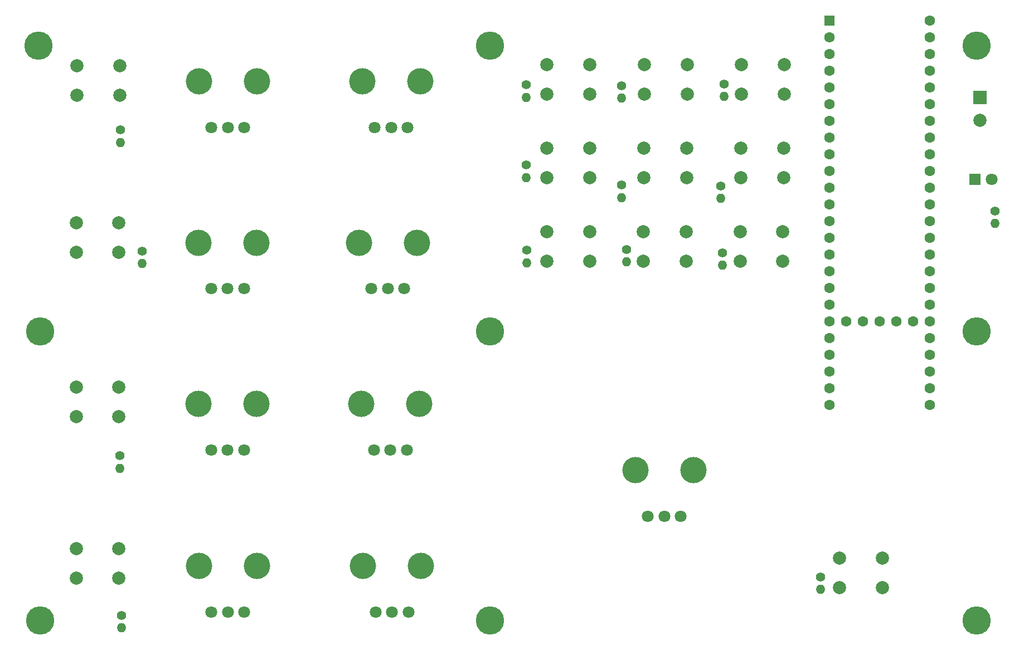
<source format=gbr>
%TF.GenerationSoftware,KiCad,Pcbnew,(5.1.4-0-10_14)*%
%TF.CreationDate,2020-09-10T02:34:38+02:00*%
%TF.ProjectId,the_mvp_v1.2,7468655f-6d76-4705-9f76-312e322e6b69,1.1*%
%TF.SameCoordinates,Original*%
%TF.FileFunction,Soldermask,Bot*%
%TF.FilePolarity,Negative*%
%FSLAX46Y46*%
G04 Gerber Fmt 4.6, Leading zero omitted, Abs format (unit mm)*
G04 Created by KiCad (PCBNEW (5.1.4-0-10_14)) date 2020-09-10 02:34:38*
%MOMM*%
%LPD*%
G04 APERTURE LIST*
%ADD10C,1.600000*%
%ADD11R,1.600000X1.600000*%
%ADD12C,2.000000*%
%ADD13C,4.300000*%
%ADD14O,1.400000X1.400000*%
%ADD15C,1.400000*%
%ADD16C,1.800000*%
%ADD17R,1.800000X1.800000*%
%ADD18R,2.000000X2.000000*%
%ADD19C,4.000000*%
G04 APERTURE END LIST*
D10*
X214630000Y-109474000D03*
X212090000Y-109474000D03*
X209550000Y-109474000D03*
X207010000Y-109474000D03*
X204470000Y-109474000D03*
X201930000Y-104394000D03*
X201930000Y-106934000D03*
X201930000Y-109474000D03*
X201930000Y-112014000D03*
X201930000Y-101854000D03*
X201930000Y-99314000D03*
X201930000Y-96774000D03*
X201930000Y-114554000D03*
X201930000Y-117094000D03*
X201930000Y-119634000D03*
X201930000Y-122174000D03*
X217170000Y-122174000D03*
X217170000Y-119634000D03*
X217170000Y-117094000D03*
X217170000Y-114554000D03*
X217170000Y-112014000D03*
X217170000Y-109474000D03*
X217170000Y-106934000D03*
X217170000Y-104394000D03*
X217170000Y-101854000D03*
X217170000Y-99314000D03*
X201930000Y-94234000D03*
X201930000Y-91694000D03*
X201930000Y-89154000D03*
X201930000Y-86614000D03*
X201930000Y-84074000D03*
X201930000Y-81534000D03*
X201930000Y-78994000D03*
X201930000Y-76454000D03*
X201930000Y-73914000D03*
X201930000Y-71374000D03*
X201930000Y-68834000D03*
X201930000Y-66294000D03*
D11*
X201930000Y-63754000D03*
D10*
X217170000Y-96774000D03*
X217170000Y-94234000D03*
X217170000Y-91694000D03*
X217170000Y-89154000D03*
X217170000Y-86614000D03*
X217170000Y-84074000D03*
X217170000Y-81534000D03*
X217170000Y-78994000D03*
X217170000Y-76454000D03*
X217170000Y-73914000D03*
X217170000Y-71374000D03*
X217170000Y-68834000D03*
X217170000Y-66294000D03*
X217170000Y-63754000D03*
D12*
X94130000Y-70612000D03*
X94130000Y-75112000D03*
X87630000Y-70612000D03*
X87630000Y-75112000D03*
X94003000Y-94488000D03*
X94003000Y-98988000D03*
X87503000Y-94488000D03*
X87503000Y-98988000D03*
X94003000Y-119507000D03*
X94003000Y-124007000D03*
X87503000Y-119507000D03*
X87503000Y-124007000D03*
D13*
X82042000Y-154940000D03*
X82042000Y-110998000D03*
X81788000Y-67564000D03*
X150368000Y-67564000D03*
X150368000Y-111000000D03*
X150368000Y-154940000D03*
X224282000Y-111000000D03*
X224282000Y-154940000D03*
X224282000Y-67564000D03*
D12*
X195032000Y-70421500D03*
X195032000Y-74921500D03*
X188532000Y-70421500D03*
X188532000Y-74921500D03*
X180172000Y-95885000D03*
X180172000Y-100385000D03*
X173672000Y-95885000D03*
X173672000Y-100385000D03*
D14*
X227076000Y-94610000D03*
D15*
X227076000Y-92710000D03*
D14*
X200533000Y-150236000D03*
D15*
X200533000Y-148336000D03*
D14*
X185674000Y-100960000D03*
D15*
X185674000Y-99060000D03*
D14*
X185420000Y-90800000D03*
D15*
X185420000Y-88900000D03*
D14*
X185928000Y-75306000D03*
D15*
X185928000Y-73406000D03*
D14*
X171069000Y-100452000D03*
D15*
X171069000Y-98552000D03*
D14*
X170307000Y-90673000D03*
D15*
X170307000Y-88773000D03*
D14*
X170307000Y-75560000D03*
D15*
X170307000Y-73660000D03*
D14*
X155956000Y-100579000D03*
D15*
X155956000Y-98679000D03*
D14*
X155829000Y-87625000D03*
D15*
X155829000Y-85725000D03*
D14*
X155829000Y-75433000D03*
D15*
X155829000Y-73533000D03*
D14*
X94361000Y-156078000D03*
D15*
X94361000Y-154178000D03*
D14*
X94107000Y-131826000D03*
D15*
X94107000Y-129926000D03*
D14*
X97536000Y-100706000D03*
D15*
X97536000Y-98806000D03*
D14*
X94234000Y-82291000D03*
D15*
X94234000Y-80391000D03*
D16*
X226568000Y-87884000D03*
D17*
X224028000Y-87884000D03*
D12*
X224790000Y-78938000D03*
D18*
X224790000Y-75438000D03*
D12*
X165504000Y-95885000D03*
X165504000Y-100385000D03*
X159004000Y-95885000D03*
X159004000Y-100385000D03*
X209954000Y-145478000D03*
X209954000Y-149978000D03*
X203454000Y-145478000D03*
X203454000Y-149978000D03*
D19*
X114890000Y-122032000D03*
X106090000Y-122032000D03*
D16*
X112990000Y-129032000D03*
X110490000Y-129032000D03*
X107990000Y-129032000D03*
D19*
X139250000Y-97521000D03*
X130450000Y-97521000D03*
D16*
X137350000Y-104521000D03*
X134850000Y-104521000D03*
X132350000Y-104521000D03*
D19*
X114930000Y-146670000D03*
X106130000Y-146670000D03*
D16*
X113030000Y-153670000D03*
X110530000Y-153670000D03*
X108030000Y-153670000D03*
D19*
X181224000Y-132128000D03*
X172424000Y-132128000D03*
D16*
X179324000Y-139128000D03*
X176824000Y-139128000D03*
X174324000Y-139128000D03*
D19*
X139886000Y-146670000D03*
X131086000Y-146670000D03*
D16*
X137986000Y-153670000D03*
X135486000Y-153670000D03*
X132986000Y-153670000D03*
D19*
X139632000Y-122032000D03*
X130832000Y-122032000D03*
D16*
X137732000Y-129032000D03*
X135232000Y-129032000D03*
X132732000Y-129032000D03*
D19*
X139758000Y-73010000D03*
X130958000Y-73010000D03*
D16*
X137858000Y-80010000D03*
X135358000Y-80010000D03*
X132858000Y-80010000D03*
D19*
X114890000Y-97521000D03*
X106090000Y-97521000D03*
D16*
X112990000Y-104521000D03*
X110490000Y-104521000D03*
X107990000Y-104521000D03*
D19*
X114930000Y-73010000D03*
X106130000Y-73010000D03*
D16*
X113030000Y-80010000D03*
X110530000Y-80010000D03*
X108030000Y-80010000D03*
D12*
X94003000Y-144018000D03*
X94003000Y-148518000D03*
X87503000Y-144018000D03*
X87503000Y-148518000D03*
X194841000Y-95885000D03*
X194841000Y-100385000D03*
X188341000Y-95885000D03*
X188341000Y-100385000D03*
X194968000Y-83185000D03*
X194968000Y-87685000D03*
X188468000Y-83185000D03*
X188468000Y-87685000D03*
X180236000Y-83185000D03*
X180236000Y-87685000D03*
X173736000Y-83185000D03*
X173736000Y-87685000D03*
X180300000Y-70421500D03*
X180300000Y-74921500D03*
X173800000Y-70421500D03*
X173800000Y-74921500D03*
X165504000Y-83185000D03*
X165504000Y-87685000D03*
X159004000Y-83185000D03*
X159004000Y-87685000D03*
X165504000Y-70485000D03*
X165504000Y-74985000D03*
X159004000Y-70485000D03*
X159004000Y-74985000D03*
M02*

</source>
